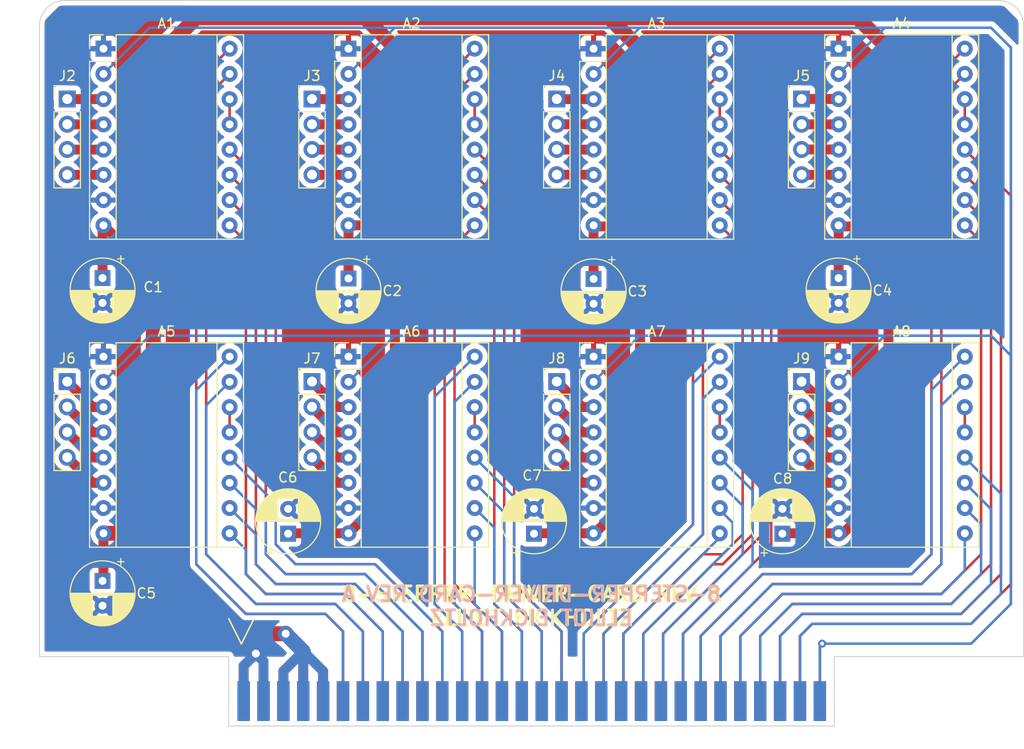
<source format=kicad_pcb>
(kicad_pcb (version 20211014) (generator pcbnew)
  (layers (0 "F.Cu" signal) (31 "B.Cu" signal) (34 "B.Paste" user) (35 "F.Paste" user) (36 "B.SilkS" user "B.Silkscreen") (37 "F.SilkS" user "F.Silkscreen") (38 "B.Mask" user) (39 "F.Mask" user) (44 "Edge.Cuts" user))
  (net 0 "")
  (net 1 "GND")
  (net 2 "+5V")
  (net 3 "Net-(A1-Pad3)")
  (net 4 "Net-(A1-Pad4)")
  (net 5 "Net-(A1-Pad5)")
  (net 6 "Net-(A1-Pad6)")
  (net 7 "VCC")
  (net 8 "A1EN")
  (net 9 "A1MS1")
  (net 10 "A1MS2")
  (net 11 "A1MS3")
  (net 12 "Net-(A1-Pad13)")
  (net 13 "A1STEP")
  (net 14 "DIR1")
  (net 15 "Net-(A2-Pad3)")
  (net 16 "Net-(A2-Pad4)")
  (net 17 "Net-(A2-Pad5)")
  (net 18 "Net-(A2-Pad6)")
  (net 19 "A2EN")
  (net 20 "A2MS1")
  (net 21 "A2MS2")
  (net 22 "A2MS3")
  (net 23 "Net-(A2-Pad13)")
  (net 24 "A2STEP")
  (net 25 "DIR2")
  (net 26 "Net-(A3-Pad3)")
  (net 27 "Net-(A3-Pad4)")
  (net 28 "Net-(A3-Pad5)")
  (net 29 "Net-(A3-Pad6)")
  (net 30 "A3EN")
  (net 31 "A3MS1")
  (net 32 "A3MS2")
  (net 33 "A3MS3")
  (net 34 "Net-(A3-Pad13)")
  (net 35 "A3STEP")
  (net 36 "DIR3")
  (net 37 "Net-(A4-Pad3)")
  (net 38 "Net-(A4-Pad4)")
  (net 39 "Net-(A4-Pad5)")
  (net 40 "Net-(A4-Pad6)")
  (net 41 "A4EN")
  (net 42 "A4MS1")
  (net 43 "A4MS2")
  (net 44 "A4MS3")
  (net 45 "Net-(A4-Pad13)")
  (net 46 "A4STEP")
  (net 47 "DIR4")
  (net 48 "Net-(A5-Pad3)")
  (net 49 "Net-(A5-Pad4)")
  (net 50 "Net-(A5-Pad5)")
  (net 51 "Net-(A5-Pad6)")
  (net 52 "A5EN")
  (net 53 "A5MS1")
  (net 54 "A5MS2")
  (net 55 "A5MS3")
  (net 56 "Net-(A5-Pad13)")
  (net 57 "A5STEP")
  (net 58 "DIR5")
  (net 59 "Net-(A6-Pad3)")
  (net 60 "Net-(A6-Pad4)")
  (net 61 "Net-(A6-Pad5)")
  (net 62 "Net-(A6-Pad6)")
  (net 63 "A6EN")
  (net 64 "A6MS1")
  (net 65 "A6MS2")
  (net 66 "A6MS3")
  (net 67 "Net-(A6-Pad13)")
  (net 68 "A6STEP")
  (net 69 "DIR6")
  (net 70 "Net-(A7-Pad3)")
  (net 71 "Net-(A7-Pad4)")
  (net 72 "Net-(A7-Pad5)")
  (net 73 "Net-(A7-Pad6)")
  (net 74 "A7EN")
  (net 75 "A7MS1")
  (net 76 "A7MS2")
  (net 77 "A7MS3")
  (net 78 "Net-(A7-Pad13)")
  (net 79 "A7STEP")
  (net 80 "DIR7")
  (net 81 "Net-(A8-Pad3)")
  (net 82 "Net-(A8-Pad4)")
  (net 83 "Net-(A8-Pad5)")
  (net 84 "Net-(A8-Pad6)")
  (net 85 "A8EN")
  (net 86 "A8MS1")
  (net 87 "A8MS2")
  (net 88 "A8MS3")
  (net 89 "Net-(A8-Pad13)")
  (net 90 "A8STEP")
  (net 91 "DIR8")
  (footprint "Capacitor_THT:CP_Radial_D6.3mm_P2.50mm" (layer "F.Cu") (at 134.25 101.93238 90)
    (fp_text reference "C6")
    (fp_text value "C_Polarized_US")
  )
  (footprint "Module:Pololu_Breakout-16_15.2x20.3mm" (layer "F.Cu") (at 189.66 84.11)
    (fp_text reference "A8")
    (fp_text value "Pololu_Breakout_A4988")
  )
  (footprint "Module:Pololu_Breakout-16_15.2x20.3mm" (layer "F.Cu") (at 164.993332 84.11)
    (fp_text reference "A7")
    (fp_text value "Pololu_Breakout_A4988")
  )
  (footprint "Module:Pololu_Breakout-16_15.2x20.3mm" (layer "F.Cu") (at 164.993332 53.11)
    (fp_text reference "A3")
    (fp_text value "Pololu_Breakout_A4988")
  )
  (footprint "Connector_PinHeader_2.54mm:PinHeader_1x04_P2.54mm_Vertical" (layer "F.Cu") (at 112.014 86.624)
    (fp_text reference "J6")
    (fp_text value "Conn_01x04_Male")
  )
  (footprint "Module:Pololu_Breakout-16_15.2x20.3mm" (layer "F.Cu") (at 140.326666 53.11)
    (fp_text reference "A2")
    (fp_text value "Pololu_Breakout_A4988")
  )
  (footprint "Capacitor_THT:CP_Radial_D6.3mm_P2.50mm" (layer "F.Cu") (at 159 101.93238 90)
    (fp_text reference "C7")
    (fp_text value "C_Polarized_US")
  )
  (footprint "Capacitor_THT:CP_Radial_D6.3mm_P2.50mm" (layer "F.Cu") (at 140.326666 76.24 -90)
    (fp_text reference "C2")
    (fp_text value "C_Polarized_US")
  )
  (footprint "Module:Pololu_Breakout-16_15.2x20.3mm" (layer "F.Cu") (at 115.66 53.11)
    (fp_text reference "A1")
    (fp_text value "Pololu_Breakout_A4988")
  )
  (footprint "Capacitor_THT:CP_Radial_D6.3mm_P2.50mm" (layer "F.Cu") (at 115.57 106.68 -90)
    (fp_text reference "C5")
    (fp_text value "C_Polarized_US")
  )
  (footprint "Connector_PinHeader_2.54mm:PinHeader_1x04_P2.54mm_Vertical" (layer "F.Cu") (at 185.928 86.624)
    (fp_text reference "J9")
    (fp_text value "Conn_01x04_Male")
  )
  (footprint "Connector_PinHeader_2.54mm:PinHeader_1x04_P2.54mm_Vertical" (layer "F.Cu") (at 161.29 86.624)
    (fp_text reference "J8")
    (fp_text value "Conn_01x04_Male")
  )
  (footprint "LIBRARIES:MEC2-30-01-J-TH1-NP-WT-EDGECARD" (layer "F.Cu") (at 128.27 121.285)
    (fp_text reference "J1")
    (fp_text value "MEC2-30-01-X-TH1-NP-WT")
  )
  (footprint "Connector_PinHeader_2.54mm:PinHeader_1x04_P2.54mm_Vertical" (layer "F.Cu") (at 112.014 58.176)
    (fp_text reference "J2")
    (fp_text value "Conn_01x04_Male")
  )
  (footprint "Capacitor_THT:CP_Radial_D6.3mm_P2.50mm" (layer "F.Cu") (at 115.57 76.2 -90)
    (fp_text reference "C1")
    (fp_text value "C_Polarized_US")
  )
  (footprint "Module:Pololu_Breakout-16_15.2x20.3mm" (layer "F.Cu") (at 140.326666 84.11)
    (fp_text reference "A6")
    (fp_text value "Pololu_Breakout_A4988")
  )
  (footprint "Connector_PinHeader_2.54mm:PinHeader_1x04_P2.54mm_Vertical" (layer "F.Cu") (at 185.928 58.176)
    (fp_text reference "J5")
    (fp_text value "Conn_01x04_Male")
  )
  (footprint "Connector_PinHeader_2.54mm:PinHeader_1x04_P2.54mm_Vertical" (layer "F.Cu") (at 136.652 58.176)
    (fp_text reference "J3")
    (fp_text value "Conn_01x04_Male")
  )
  (footprint "Module:Pololu_Breakout-16_15.2x20.3mm" (layer "F.Cu") (at 189.66 53.11)
    (fp_text reference "A4")
    (fp_text value "Pololu_Breakout_A4988")
  )
  (footprint "Capacitor_THT:CP_Radial_D6.3mm_P2.50mm" (layer "F.Cu") (at 189.66 76.2 -90)
    (fp_text reference "C4")
    (fp_text value "C_Polarized_US")
  )
  (footprint "Connector_PinHeader_2.54mm:PinHeader_1x04_P2.54mm_Vertical" (layer "F.Cu") (at 136.652 86.624)
    (fp_text reference "J7")
    (fp_text value "Conn_01x04_Male")
  )
  (footprint "Capacitor_THT:CP_Radial_D6.3mm_P2.50mm" (layer "F.Cu") (at 184 101.932379 90)
    (fp_text reference "C8")
    (fp_text value "C_Polarized_US")
  )
  (footprint "Connector_PinHeader_2.54mm:PinHeader_1x04_P2.54mm_Vertical" (layer "F.Cu") (at 161.29 58.176)
    (fp_text reference "J4")
    (fp_text value "Conn_01x04_Male")
  )
  (footprint "Capacitor_THT:CP_Radial_D6.3mm_P2.50mm" (layer "F.Cu") (at 164.993332 76.287621 -90)
    (fp_text reference "C3")
    (fp_text value "C_Polarized_US")
  )
  (footprint "Module:Pololu_Breakout-16_15.2x20.3mm" (layer "F.Cu") (at 115.66 84.11)
    (fp_text reference "A5")
    (fp_text value "Pololu_Breakout_A4988")
  )
  (gr_line (start 129.54 113.03) (end 130.81 110.49) (layer "F.SilkS") (width 0.15))
  (gr_line (start 129.54 113.03) (end 128.27 110.49) (layer "F.SilkS") (width 0.15))
  (gr_arc (start 109.22 50.8) (mid 109.963949 49.003949) (end 111.76 48.26) (layer "Edge.Cuts") (width 0.1))
  (gr_line (start 208.28 114.3) (end 208.28 50.8) (layer "Edge.Cuts") (width 0.1))
  (gr_line (start 205.74 48.26) (end 111.76 48.26) (layer "Edge.Cuts") (width 0.1))
  (gr_line (start 109.22 50.8) (end 109.22 114.3) (layer "Edge.Cuts") (width 0.1))
  (gr_arc (start 205.74 48.26) (mid 207.536051 49.003949) (end 208.28 50.8) (layer "Edge.Cuts") (width 0.1))
  (gr_line (start 128.27 121.285) (end 189.23 121.285) (layer "Edge.Cuts") (width 0.1))
  (gr_line (start 189.23 121.285) (end 189.23 114.3) (layer "Edge.Cuts") (width 0.1))
  (gr_line (start 109.22 114.3) (end 128.27 114.3) (layer "Edge.Cuts") (width 0.1))
  (gr_line (start 189.23 114.3) (end 208.28 114.3) (layer "Edge.Cuts") (width 0.1))
  (gr_line (start 128.27 114.3) (end 128.27 121.285) (layer "Edge.Cuts") (width 0.1))
  (gr_text "8-STEPPER-DRIVER-CARD REV A\nELLIOT EICKHOLTZ" (at 158.75 109.22) (layer "B.SilkS") (effects (font (size 1.5 1.5) (thickness 0.3)) (justify mirror)))
  (gr_text "8-STEPPER-DRIVER-CARD REV A\nELLIOT EICKHOLTZ" (at 158.75 109.22) (layer "F.SilkS") (effects (font (size 1.5 1.5) (thickness 0.3))))
  (segment (start 131 114) (end 129.77 115.23) (width 1) (layer "F.Cu") (net 1))
  (segment (start 131 114) (end 131.77 114.77) (width 1) (layer "F.Cu") (net 1))
  (segment (start 131.77 114.77) (end 131.77 118.785) (width 1) (layer "F.Cu") (net 1))
  (segment (start 129.77 115.23) (end 129.77 118.785) (width 1) (layer "F.Cu") (net 1))
  (via (at 131 114) (size 1.6) (drill 0.8) (layers "F.Cu" "B.Cu") (net 1))
  (segment (start 126.18 109.18) (end 115.57 109.18) (width 1.5) (layer "B.Cu") (net 1))
  (segment (start 131.77 114.77) (end 131.77 118.785) (width 1) (layer "B.Cu") (net 1))
  (segment (start 131 114) (end 126.18 109.18) (width 1.5) (layer "B.Cu") (net 1))
  (segment (start 129.77 115.23) (end 129.77 118.785) (width 1) (layer "B.Cu") (net 1))
  (segment (start 131 114) (end 131.77 114.77) (width 1) (layer "B.Cu") (net 1))
  (segment (start 131 114) (end 129.77 115.23) (width 1) (layer "B.Cu") (net 1))
  (segment (start 187.77 113.23) (end 188 113) (width 0.254) (layer "F.Cu") (net 2))
  (segment (start 187.77 118.785) (end 187.77 113.23) (width 0.254) (layer "F.Cu") (net 2))
  (via (at 188 113) (size 0.8) (drill 0.4) (layers "F.Cu" "B.Cu") (net 2))
  (segment (start 207 109) (end 203 113) (width 0.254) (layer "B.Cu") (net 2))
  (segment (start 169.643332 51) (end 170 51) (width 0.254) (layer "B.Cu") (net 2))
  (segment (start 195 82) (end 170 82) (width 0.254) (layer "B.Cu") (net 2))
  (segment (start 145 82) (end 120.31 82) (width 0.254) (layer "B.Cu") (net 2))
  (segment (start 120.31 82) (end 115.66 86.65) (width 0.254) (layer "B.Cu") (net 2))
  (segment (start 205 51) (end 195 51) (width 0.254) (layer "B.Cu") (net 2))
  (segment (start 194.31 82) (end 195 82) (width 0.254) (layer "B.Cu") (net 2))
  (segment (start 207 53) (end 205 51) (width 0.254) (layer "B.Cu") (net 2))
  (segment (start 144.976666 82) (end 145 82) (width 0.254) (layer "B.Cu") (net 2))
  (segment (start 207 53) (end 207 84) (width 0.254) (layer "B.Cu") (net 2))
  (segment (start 120.31 51) (end 115.66 55.65) (width 0.254) (layer "B.Cu") (net 2))
  (segment (start 170 51) (end 120.31 51) (width 0.254) (layer "B.Cu") (net 2))
  (segment (start 140.326666 86.65) (end 144.976666 82) (width 0.254) (layer "B.Cu") (net 2))
  (segment (start 189.66 86.65) (end 194.31 82) (width 0.254) (layer "B.Cu") (net 2))
  (segment (start 207 84) (end 205 82) (width 0.254) (layer "B.Cu") (net 2))
  (segment (start 164.993332 86.65) (end 169.643332 82) (width 0.254) (layer "B.Cu") (net 2))
  (segment (start 169.643332 82) (end 170 82) (width 0.254) (layer "B.Cu") (net 2))
  (segment (start 189.66 55.65) (end 194.31 51) (width 0.254) (layer "B.Cu") (net 2))
  (segment (start 194.31 51) (end 195 51) (width 0.254) (layer "B.Cu") (net 2))
  (segment (start 188 113) (end 187.77 113.23) (width 0.254) (layer "B.Cu") (net 2))
  (segment (start 207 84) (end 207 109) (width 0.254) (layer "B.Cu") (net 2))
  (segment (start 203 113) (end 188 113) (width 0.254) (layer "B.Cu") (net 2))
  (segment (start 170 82) (end 145 82) (width 0.254) (layer "B.Cu") (net 2))
  (segment (start 164.993332 55.65) (end 169.643332 51) (width 0.254) (layer "B.Cu") (net 2))
  (segment (start 140.326666 55.65) (end 144.976666 51) (width 0.254) (layer "B.Cu") (net 2))
  (segment (start 205 82) (end 195 82) (width 0.254) (layer "B.Cu") (net 2))
  (segment (start 195 51) (end 170 51) (width 0.254) (layer "B.Cu") (net 2))
  (segment (start 187.77 113.23) (end 187.77 118.785) (width 0.254) (layer "B.Cu") (net 2))
  (segment (start 115.66 58.19) (end 112.028 58.19) (width 1) (layer "F.Cu") (net 3))
  (segment (start 112.028 58.19) (end 112.014 58.176) (width 1) (layer "F.Cu") (net 3))
  (segment (start 112.028 60.73) (end 112.014 60.716) (width 1) (layer "F.Cu") (net 4))
  (segment (start 115.66 60.73) (end 112.028 60.73) (width 1) (layer "F.Cu") (net 4))
  (segment (start 115.66 63.27) (end 112.028 63.27) (width 1) (layer "F.Cu") (net 5))
  (segment (start 112.028 63.27) (end 112.014 63.256) (width 1) (layer "F.Cu") (net 5))
  (segment (start 112.028 65.81) (end 112.014 65.796) (width 1) (layer "F.Cu") (net 6))
  (segment (start 115.66 65.81) (end 112.028 65.81) (width 1) (layer "F.Cu") (net 6))
  (segment (start 194.673334 69.11) (end 194.673334 97.326666) (width 1) (layer "F.Cu") (net 7))
  (segment (start 140.326666 101.89) (end 134.29238 101.89) (width 1) (layer "F.Cu") (net 7))
  (segment (start 164.993332 101.89) (end 159.04238 101.89) (width 1) (layer "F.Cu") (net 7))
  (segment (start 169.673334 69.11) (end 169.673334 97.326666) (width 1) (layer "F.Cu") (net 7))
  (segment (start 134 112) (end 135.77 113.77) (width 1.5) (layer "F.Cu") (net 7))
  (segment (start 133.77 118.785) (end 133.77 115.77) (width 1) (layer "F.Cu") (net 7))
  (segment (start 190 71) (end 192.783334 71) (width 1) (layer "F.Cu") (net 7))
  (segment (start 189.66 101.89) (end 184.042379 101.89) (width 1) (layer "F.Cu") (net 7))
  (segment (start 118.89 101.89) (end 115.66 101.89) (width 1.5) (layer "F.Cu") (net 7))
  (segment (start 165 71) (end 167.783334 71) (width 1) (layer "F.Cu") (net 7))
  (segment (start 194.673334 97.326666) (end 190 102) (width 1) (layer "F.Cu") (net 7))
  (segment (start 140.326666 70.89) (end 140.326666 76.24) (width 1) (layer "F.Cu") (net 7))
  (segment (start 142 50) (end 191.563334 50) (width 1.5) (layer "F.Cu") (net 7))
  (segment (start 145 53) (end 145 69) (width 1.5) (layer "F.Cu") (net 7))
  (segment (start 164.993332 70.89) (end 164.993332 76.287621) (width 1) (layer "F.Cu") (net 7))
  (segment (start 137.77 115.77) (end 135.77 113.77) (width 1) (layer "F.Cu") (net 7))
  (segment (start 135.77 118.785) (end 135.77 113.77) (width 1) (layer "F.Cu") (net 7))
  (segment (start 133.77 115.77) (end 135.77 113.77) (width 1) (layer "F.Cu") (net 7))
  (segment (start 145 69) (end 145 97.216666) (width 1) (layer "F.Cu") (net 7))
  (segment (start 120.68 54.32) (end 125 50) (width 1.5) (layer "F.Cu") (net 7))
  (segment (start 120.68 76.68) (end 120.68 54.32) (width 1.5) (layer "F.Cu") (net 7))
  (segment (start 184.042379 101.89) (end 184 101.932379) (width 1) (layer "F.Cu") (net 7))
  (segment (start 125 50) (end 142 50) (width 1.5) (layer "F.Cu") (net 7))
  (segment (start 115.66 70.89) (end 120.68 75.91) (width 1) (layer "F.Cu") (net 7))
  (segment (start 194.673334 53.11) (end 194.673334 69.11) (width 1.5) (layer "F.Cu") (net 7))
  (segment (start 191.563334 50) (end 194.673334 53.11) (width 1.5) (layer "F.Cu") (net 7))
  (segment (start 189.66 76.2) (end 189.66 70.89) (width 1) (layer "F.Cu") (net 7))
  (segment (start 169.673334 97.326666) (end 165 102) (width 1) (layer "F.Cu") (net 7))
  (segment (start 140.326666 70.89) (end 143.11 70.89) (width 1) (layer "F.Cu") (net 7))
  (segment (start 145 97.216666) (end 140.326666 101.89) (width 1) (layer "F.Cu") (net 7))
  (segment (start 120.68 103.68) (end 120.68 76.68) (width 1.5) (layer "F.Cu") (net 7))
  (segment (start 115.66 106.59) (end 115.57 106.68) (width 1) (layer "F.Cu") (net 7))
  (segment (start 120.68 75.91) (end 120.68 76.68) (width 1) (layer "F.Cu") (net 7))
  (segment (start 167.783334 71) (end 169.673334 69.11) (width 1) (layer "F.Cu") (net 7))
  (segment (start 143.11 70.89) (end 145 69) (width 1) (layer "F.Cu") (net 7))
  (segment (start 134.29238 101.89) (end 134.25 101.93238) (width 1) (layer "F.Cu") (net 7))
  (segment (start 169.673334 53.11) (end 169.673334 69.11) (width 1.5) (layer "F.Cu") (net 7))
  (segment (start 142 50) (end 145 53) (width 1.5) (layer "F.Cu") (net 7))
  (segment (start 115.57 76.2) (end 115.57 70.98) (width 1) (layer "F.Cu") (net 7))
  (segment (start 129 112) (end 120.68 103.68) (width 1.5) (layer "F.Cu") (net 7))
  (segment (start 120.68 103.68) (end 118.89 101.89) (width 1.5) (layer "F.Cu") (net 7))
  (segment (start 166.673334 50.11) (end 169.673334 53.11) (width 1.5) (layer "F.Cu") (net 7))
  (segment (start 192.783334 71) (end 194.673334 69.11) (width 1) (layer "F.Cu") (net 7))
  (segment (start 115.66 101.89) (end 115.66 106.59) (width 1) (layer "F.Cu") (net 7))
  (segment (start 137.77 118.785) (end 137.77 115.77) (width 1) (layer "F.Cu") (net 7))
  (segment (start 134 112) (end 129 112) (width 1.5) (layer "F.Cu") (net 7))
  (segment (start 159.04238 101.89) (end 159 101.93238) (width 1) (layer "F.Cu") (net 7))
  (segment (start 115.57 70.98) (end 115.66 70.89) (width 1) (layer "F.Cu") (net 7))
  (via (at 134 112) (size 1.6) (drill 0.8) (layers "F.Cu" "B.Cu") (net 7))
  (segment (start 137.77 118.785) (end 137.77 115.77) (width 1) (layer "B.Cu") (net 7))
  (segment (start 133.77 118.785) (end 133.77 115.77) (width 1) (layer "B.Cu") (net 7))
  (segment (start 137.77 115.77) (end 135.77 113.77) (width 1) (layer "B.Cu") (net 7))
  (segment (start 133.77 115.77) (end 135.77 113.77) (width 1) (layer "B.Cu") (net 7))
  (segment (start 134 112) (end 135.77 113.77) (width 1.5) (layer "B.Cu") (net 7))
  (segment (start 135.77 118.785) (end 135.77 113.77) (width 1) (layer "B.Cu") (net 7))
  (segment (start 132 108) (end 140 108) (width 0.254) (layer "F.Cu") (net 8))
  (segment (start 128.36 70.89) (end 130 72.53) (width 0.254) (layer "F.Cu") (net 8))
  (segment (start 130 72.53) (end 130 106) (width 0.254) (layer "F.Cu") (net 8))
  (segment (start 140 108) (end 143.77 111.77) (width 0.254) (layer "F.Cu") (net 8))
  (segment (start 143.77 111.77) (end 143.77 118.785) (width 0.254) (layer "F.Cu") (net 8))
  (segment (start 130 106) (end 132 108) (width 0.254) (layer "F.Cu") (net 8))
  (segment (start 131 105) (end 133 107) (width 0.254) (layer "F.Cu") (net 9))
  (segment (start 133 107) (end 141 107) (width 0.254) (layer "F.Cu") (net 9))
  (segment (start 145.77 111.77) (end 145.77 118.785) (width 0.254) (layer "F.Cu") (net 9))
  (segment (start 131 70.99) (end 131 105) (width 0.254) (layer "F.Cu") (net 9))
  (segment (start 128.36 68.35) (end 131 70.99) (width 0.254) (layer "F.Cu") (net 9))
  (segment (start 141 107) (end 145.77 111.77) (width 0.254) (layer "F.Cu") (net 9))
  (segment (start 142 106) (end 147.77 111.77) (width 0.254) (layer "F.Cu") (net 10))
  (segment (start 128.36 65.81) (end 132 69.45) (width 0.254) (layer "F.Cu") (net 10))
  (segment (start 132 104) (end 134 106) (width 0.254) (layer "F.Cu") (net 10))
  (segment (start 147.77 111.77) (end 147.77 118.785) (width 0.254) (layer "F.Cu") (net 10))
  (segment (start 134 106) (end 142 106) (width 0.254) (layer "F.Cu") (net 10))
  (segment (start 132 69.45) (end 132 104) (width 0.254) (layer "F.Cu") (net 10))
  (segment (start 143 105) (end 149.77 111.77) (width 0.254) (layer "F.Cu") (net 11))
  (segment (start 128.36 63.27) (end 133 67.91) (width 0.254) (layer "F.Cu") (net 11))
  (segment (start 133 103) (end 135 105) (width 0.254) (layer "F.Cu") (net 11))
  (segment (start 135 105) (end 143 105) (width 0.254) (layer "F.Cu") (net 11))
  (segment (start 149.77 111.77) (end 149.77 118.785) (width 0.254) (layer "F.Cu") (net 11))
  (segment (start 133 67.91) (end 133 103) (width 0.254) (layer "F.Cu") (net 11))
  (segment (start 128.36 58.19) (end 128.36 60.73) (width 0.254) (layer "F.Cu") (net 12))
  (segment (start 126 58.01) (end 126 104) (width 0.254) (layer "F.Cu") (net 13))
  (segment (start 126 104) (end 131 109) (width 0.254) (layer "F.Cu") (net 13))
  (segment (start 139 109) (end 141.77 111.77) (width 0.254) (layer "F.Cu") (net 13))
  (segment (start 131 109) (end 139 109) (width 0.254) (layer "F.Cu") (net 13))
  (segment (start 128.36 55.65) (end 126 58.01) (width 0.254) (layer "F.Cu") (net 13))
  (segment (start 141.77 111.77) (end 141.77 118.785) (width 0.254) (layer "F.Cu") (net 13))
  (segment (start 139.77 111.77) (end 139.77 118.785) (width 0.254) (layer "F.Cu") (net 14))
  (segment (start 138 110) (end 139.77 111.77) (width 0.254) (layer "F.Cu") (net 14))
  (segment (start 130 110) (end 138 110) (width 0.254) (layer "F.Cu") (net 14))
  (segment (start 125 105) (end 130 110) (width 0.254) (layer "F.Cu") (net 14))
  (segment (start 128.36 53.11) (end 125 56.47) (width 0.254) (layer "F.Cu") (net 14))
  (segment (start 125 56.47) (end 125 105) (width 0.254) (layer "F.Cu") (net 14))
  (segment (start 136.666 58.19) (end 136.652 58.176) (width 1) (layer "F.Cu") (net 15))
  (segment (start 140.326666 58.19) (end 136.666 58.19) (width 1) (layer "F.Cu") (net 15))
  (segment (start 136.666 60.73) (end 136.652 60.716) (width 1) (layer "F.Cu") (net 16))
  (segment (start 140.326666 60.73) (end 136.666 60.73) (width 1) (layer "F.Cu") (net 16))
  (segment (start 140.326666 63.27) (end 136.666 63.27) (width 1) (layer "F.Cu") (net 17))
  (segment (start 136.666 63.27) (end 136.652 63.256) (width 1) (layer "F.Cu") (net 17))
  (segment (start 140.326666 65.81) (end 136.666 65.81) (width 1) (layer "F.Cu") (net 18))
  (segment (start 136.666 65.81) (end 136.652 65.796) (width 1) (layer "F.Cu") (net 18))
  (segment (start 151 72.916666) (end 151 107) (width 0.254) (layer "F.Cu") (net 19))
  (segment (start 151 107) (end 155.77 111.77) (width 0.254) (layer "F.Cu") (net 19))
  (segment (start 155.77 111.77) (end 155.77 118.785) (width 0.254) (layer "F.Cu") (net 19))
  (segment (start 153.026666 70.89) (end 151 72.916666) (width 0.254) (layer "F.Cu") (net 19))
  (segment (start 153.026666 68.35) (end 155 70.323334) (width 0.254) (layer "F.Cu") (net 20))
  (segment (start 155 70.323334) (end 155 109) (width 0.254) (layer "F.Cu") (net 20))
  (segment (start 157.77 111.77) (end 157.77 118.785) (width 0.254) (layer "F.Cu") (net 20))
  (segment (start 155 109) (end 157.77 111.77) (width 0.254) (layer "F.Cu") (net 20))
  (segment (start 153.026666 65.81) (end 156 68.783334) (width 0.254) (layer "F.Cu") (net 21))
  (segment (start 159.77 111.77) (end 159.77 118.785) (width 0.254) (layer "F.Cu") (net 21))
  (segment (start 156 108) (end 159.77 111.77) (width 0.254) (layer "F.Cu") (net 21))
  (segment (start 156 68.783334) (end 156 108) (width 0.254) (layer "F.Cu") (net 21))
  (segment (start 153.026666 63.27) (end 157 67.243334) (width 0.254) (layer "F.Cu") (net 22))
  (segment (start 157 67.243334) (end 157 107) (width 0.254) (layer "F.Cu") (net 22))
  (segment (start 157 107) (end 161.77 111.77) (width 0.254) (layer "F.Cu") (net 22))
  (segment (start 161.77 111.77) (end 161.77 118.785) (width 0.254) (layer "F.Cu") (net 22))
  (segment (start 153.026666 58.19) (end 153.026666 60.73) (width 0.254) (layer "F.Cu") (net 23))
  (segment (start 153.77 111.77) (end 153.77 118.785) (width 0.254) (layer "F.Cu") (net 24))
  (segment (start 153.026666 55.65) (end 150 58.676666) (width 0.254) (layer "F.Cu") (net 24))
  (segment (start 150 58.676666) (end 150 108) (width 0.254) (layer "F.Cu") (net 24))
  (segment (start 150 108) (end 153.77 111.77) (width 0.254) (layer "F.Cu") (net 24))
  (segment (start 151.77 111.77) (end 151.77 118.785) (width 0.254) (layer "F.Cu") (net 25))
  (segment (start 149 57.136666) (end 149 109) (width 0.254) (layer "F.Cu") (net 25))
  (segment (start 153.026666 53.11) (end 149 57.136666) (width 0.254) (layer "F.Cu") (net 25))
  (segment (start 149 109) (end 151.77 111.77) (width 0.254) (layer "F.Cu") (net 25))
  (segment (start 161.304 58.19) (end 161.29 58.176) (width 1) (layer "F.Cu") (net 26))
  (segment (start 164.993332 58.19) (end 161.304 58.19) (width 1) (layer "F.Cu") (net 26))
  (segment (start 161.29 60.716) (end 164.979332 60.716) (width 1) (layer "F.Cu") (net 27))
  (segment (start 164.979332 60.716) (end 164.993332 60.73) (width 1) (layer "F.Cu") (net 27))
  (segment (start 164.993332 63.27) (end 161.304 63.27) (width 1) (layer "F.Cu") (net 28))
  (segment (start 161.304 63.27) (end 161.29 63.256) (width 1) (layer "F.Cu") (net 28))
  (segment (start 164.979332 65.796) (end 164.993332 65.81) (width 1) (layer "F.Cu") (net 29))
  (segment (start 161.29 65.796) (end 164.979332 65.796) (width 1) (layer "F.Cu") (net 29))
  (segment (start 177.693332 70.89) (end 180 73.196668) (width 0.254) (layer "F.Cu") (net 30))
  (segment (start 168 118.555) (end 167.77 118.785) (width 0.254) (layer "F.Cu") (net 30))
  (segment (start 180 73.196668) (end 180 102) (width 0.254) (layer "F.Cu") (net 30))
  (segment (start 176 104) (end 168 112) (width 0.254) (layer "F.Cu") (net 30))
  (segment (start 178 104) (end 176 104) (width 0.254) (layer "F.Cu") (net 30))
  (segment (start 180 102) (end 178 104) (width 0.254) (layer "F.Cu") (net 30))
  (segment (start 168 112) (end 168 118.555) (width 0.254) (layer "F.Cu") (net 30))
  (segment (start 181 102) (end 178 105) (width 0.254) (layer "F.Cu") (net 31))
  (segment (start 181 71.656668) (end 181 102) (width 0.254) (layer "F.Cu") (net 31))
  (segment (start 178 105) (end 177 105) (width 0.254) (layer "F.Cu") (net 31))
  (segment (start 177.693332 68.35) (end 181 71.656668) (width 0.254) (layer "F.Cu") (net 31))
  (segment (start 170 118.555) (end 169.77 118.785) (width 0.254) (layer "F.Cu") (net 31))
  (segment (start 170 112) (end 170 118.555) (width 0.254) (layer "F.Cu") (net 31))
  (segment (start 177 105) (end 170 112) (width 0.254) (layer "F.Cu") (net 31))
  (segment (start 172 112) (end 172 117) (width 0.254) (layer "F.Cu") (net 32))
  (segment (start 182 102) (end 172 112) (width 0.254) (layer "F.Cu") (net 32))
  (segment (start 177.693332 65.81) (end 182 70.116668) (width 0.254) (layer "F.Cu") (net 32))
  (segment (start 182 70.116668) (end 182 102) (width 0.254) (layer "F.Cu") (net 32))
  (segment (start 182.873489 103.126511) (end 174 112) (width 0.254) (layer "F.Cu") (net 33))
  (segment (start 182.873489 68.450157) (end 182.873489 103.126511) (width 0.254) (layer "F.Cu") (net 33))
  (segment (start 174 112) (end 174 117) (width 0.254) (layer "F.Cu") (net 33))
  (segment (start 177.693332 63.27) (end 182.873489 68.450157) (width 0.254) (layer "F.Cu") (net 33))
  (segment (start 177.693332 58.19) (end 177.693332 60.73) (width 0.254) (layer "F.Cu") (net 34))
  (segment (start 177.693332 55.65) (end 176 57.343332) (width 0.254) (layer "F.Cu") (net 35))
  (segment (start 176 102) (end 166 112) (width 0.254) (layer "F.Cu") (net 35))
  (segment (start 166 112) (end 166 117) (width 0.254) (layer "F.Cu") (net 35))
  (segment (start 176 57.343332) (end 176 102) (width 0.254) (layer "F.Cu") (net 35))
  (segment (start 164 112) (end 164 117) (width 0.254) (layer "F.Cu") (net 36))
  (segment (start 175 101) (end 164 112) (width 0.254) (layer "F.Cu") (net 36))
  (segment (start 175 55.803332) (end 175 101) (width 0.254) (layer "F.Cu") (net 36))
  (segment (start 177.693332 53.11) (end 175 55.803332) (width 0.254) (layer "F.Cu") (net 36))
  (segment (start 189.646 58.176) (end 189.66 58.19) (width 1) (layer "F.Cu") (net 37))
  (segment (start 185.928 58.176) (end 189.646 58.176) (width 1) (layer "F.Cu") (net 37))
  (segment (start 185.942 60.73) (end 185.928 60.716) (width 1) (layer "F.Cu") (net 38))
  (segment (start 189.66 60.73) (end 185.942 60.73) (width 1) (layer "F.Cu") (net 38))
  (segment (start 189.646 63.256) (end 189.66 63.27) (width 1) (layer "F.Cu") (net 39))
  (segment (start 185.928 63.256) (end 189.646 63.256) (width 1) (layer "F.Cu") (net 39))
  (segment (start 189.66 65.81) (end 185.942 65.81) (width 1) (layer "F.Cu") (net 40))
  (segment (start 185.942 65.81) (end 185.928 65.796) (width 1) (layer "F.Cu") (net 40))
  (segment (start 204 72.53) (end 204 104) (width 0.254) (layer "F.Cu") (net 41))
  (segment (start 200 108) (end 184 108) (width 0.254) (layer "F.Cu") (net 41))
  (segment (start 202.36 70.89) (end 204 72.53) (width 0.254) (layer "F.Cu") (net 41))
  (segment (start 204 104) (end 200 108) (width 0.254) (layer "F.Cu") (net 41))
  (segment (start 184 108) (end 179.77 112.23) (width 0.254) (layer "F.Cu") (net 41))
  (segment (start 179.77 112.23) (end 179.77 118.785) (width 0.254) (layer "F.Cu") (net 41))
  (segment (start 205 70.99) (end 205 105) (width 0.254) (layer "F.Cu") (net 42))
  (segment (start 181.77 112.23) (end 181.77 118.785) (width 0.254) (layer "F.Cu") (net 42))
  (segment (start 185 109) (end 181.77 112.23) (width 0.254) (layer "F.Cu") (net 42))
  (segment (start 201 109) (end 185 109) (width 0.254) (layer "F.Cu") (net 42))
  (segment (start 202.36 68.35) (end 205 70.99) (width 0.254) (layer "F.Cu") (net 42))
  (segment (start 205 105) (end 201 109) (width 0.254) (layer "F.Cu") (net 42))
  (segment (start 202 110) (end 186 110) (width 0.254) (layer "F.Cu") (net 43))
  (segment (start 183.77 112.23) (end 183.77 118.785) (width 0.254) (layer "F.Cu") (net 43))
  (segment (start 206 106) (end 202 110) (width 0.254) (layer "F.Cu") (net 43))
  (segment (start 186 110) (end 183.77 112.23) (width 0.254) (layer "F.Cu") (net 43))
  (segment (start 202.36 65.81) (end 206 69.45) (width 0.254) (layer "F.Cu") (net 43))
  (segment (start 206 69.45) (end 206 106) (width 0.254) (layer "F.Cu") (net 43))
  (segment (start 207 67.91) (end 207 107) (width 0.254) (layer "F.Cu") (net 44))
  (segment (start 202.36 63.27) (end 207 67.91) (width 0.254) (layer "F.Cu") (net 44))
  (segment (start 203 111) (end 187 111) (width 0.254) (layer "F.Cu") (net 44))
  (segment (start 185.77 112.23) (end 185.77 118.785) (width 0.254) (layer "F.Cu") (net 44))
  (segment (start 207 107) (end 203 111) (width 0.254) (layer "F.Cu") (net 44))
  (segment (start 187 111) (end 185.77 112.23) (width 0.254) (layer "F.Cu") (net 44))
  (segment (start 202.36 58.19) (end 202.36 60.73) (width 0.254) (layer "F.Cu") (net 45))
  (segment (start 200 58.01) (end 200 105) (width 0.254) (layer "F.Cu") (net 46))
  (segment (start 183 107) (end 177.77 112.23) (width 0.254) (layer "F.Cu") (net 46))
  (segment (start 202.36 55.65) (end 200 58.01) (width 0.254) (layer "F.Cu") (net 46))
  (segment (start 177.77 112.23) (end 177.77 118.785) (width 0.254) (layer "F.Cu") (net 46))
  (segment (start 200 105) (end 198 107) (width 0.254) (layer "F.Cu") (net 46))
  (segment (start 198 107) (end 183 107) (width 0.254) (layer "F.Cu") (net 46))
  (segment (start 197 106) (end 182 106) (width 0.254) (layer "F.Cu") (net 47))
  (segment (start 175.77 112.23) (end 175.77 118.785) (width 0.254) (layer "F.Cu") (net 47))
  (segment (start 199 56.47) (end 199 104) (width 0.254) (layer "F.Cu") (net 47))
  (segment (start 182 106) (end 175.77 112.23) (width 0.254) (layer "F.Cu") (net 47))
  (segment (start 199 104) (end 197 106) (width 0.254) (layer "F.Cu") (net 47))
  (segment (start 202.36 53.11) (end 199 56.47) (width 0.254) (layer "F.Cu") (net 47))
  (segment (start 114.58 89.19) (end 112.014 86.624) (width 1) (layer "F.Cu") (net 48))
  (segment (start 115.66 89.19) (end 114.58 89.19) (width 1) (layer "F.Cu") (net 48))
  (segment (start 115.66 91.73) (end 114.58 91.73) (width 1) (layer "F.Cu") (net 49))
  (segment (start 114.58 91.73) (end 112.014 89.164) (width 1) (layer "F.Cu") (net 49))
  (segment (start 114.58 94.27) (end 112.014 91.704) (width 1) (layer "F.Cu") (net 50))
  (segment (start 115.66 94.27) (end 114.58 94.27) (width 1) (layer "F.Cu") (net 50))
  (segment (start 115.66 96.81) (end 114.58 96.81) (width 1) (layer "F.Cu") (net 51))
  (segment (start 114.58 96.81) (end 112.014 94.244) (width 1) (layer "F.Cu") (net 51))
  (segment (start 132 108) (end 140 108) (width 0.254) (layer "B.Cu") (net 52))
  (segment (start 140 108) (end 143.77 111.77) (width 0.254) (layer "B.Cu") (net 52))
  (segment (start 128.36 101.89) (end 130 103.53) (width 0.254) (layer "B.Cu") (net 52))
  (segment (start 143.77 111.77) (end 143.77 118.785) (width 0.254) (layer "B.Cu") (net 52))
  (segment (start 130 106) (end 132 108) (width 0.254) (layer "B.Cu") (net 52))
  (segment (start 130 103.53) (end 130 106) (width 0.254) (layer "B.Cu") (net 52))
  (segment (start 133 107) (end 141 107) (width 0.254) (layer "B.Cu") (net 53))
  (segment (start 131 101.99) (end 131 105) (width 0.254) (layer "B.Cu") (net 53))
  (segment (start 131 105) (end 133 107) (width 0.254) (layer "B.Cu") (net 53))
  (segment (start 145.77 111.77) (end 145.77 118.785) (width 0.254) (layer "B.Cu") (net 53))
  (segment (start 141 107) (end 145.77 111.77) (width 0.254) (layer "B.Cu") (net 53))
  (segment (start 128.36 99.35) (end 131 101.99) (width 0.254) (layer "B.Cu") (net 53))
  (segment (start 147.77 111.77) (end 147.77 118.785) (width 0.254) (layer "B.Cu") (net 54))
  (segment (start 134 106) (end 142 106) (width 0.254) (layer "B.Cu") (net 54))
  (segment (start 142 106) (end 147.77 111.77) (width 0.254) (layer "B.Cu") (net 54))
  (segment (start 132 100.45) (end 132 104) (width 0.254) (layer "B.Cu") (net 54))
  (segment (start 132 104) (end 134 106) (width 0.254) (layer "B.Cu") (net 54))
  (segment (start 128.36 96.81) (end 132 100.45) (width 0.254) (layer "B.Cu") (net 54))
  (segment (start 128.36 94.27) (end 133 98.91) (width 0.254) (layer "B.Cu") (net 55))
  (segment (start 133 98.91) (end 133 103) (width 0.254) (layer "B.Cu") (net 55))
  (segment (start 143 105) (end 149.77 111.77) (width 0.254) (layer "B.Cu") (net 55))
  (segment (start 135 105) (end 143 105) (width 0.254) (layer "B.Cu") (net 55))
  (segment (start 149.77 111.77) (end 149.77 118.785) (width 0.254) (layer "B.Cu") (net 55))
  (segment (start 133 103) (end 135 105) (width 0.254) (layer "B.Cu") (net 55))
  (segment (start 128.36 89.19) (end 128.36 91.73) (width 0.254) (layer "F.Cu") (net 56))
  (segment (start 126 104) (end 131 109) (width 0.254) (layer "B.Cu") (net 57))
  (segment (start 131 109) (end 139 109) (width 0.254) (layer "B.Cu") (net 57))
  (segment (start 139 109) (end 141.77 111.77) (width 0.254) (layer "B.Cu") (net 57))
  (segment (start 141.77 111.77) (end 141.77 118.785) (width 0.254) (layer "B.Cu") (net 57))
  (segment (start 128.36 86.65) (end 126 89.01) (width 0.254) (layer "B.Cu") (net 57))
  (segment (start 126 89.01) (end 126 104) (width 0.254) (layer "B.Cu") (net 57))
  (segment (start 130 110) (end 138 110) (width 0.254) (layer "B.Cu") (net 58))
  (segment (start 128.36 84.11) (end 125 87.47) (width 0.254) (layer "B.Cu") (net 58))
  (segment (start 125 87.47) (end 125 105) (width 0.254) (layer "B.Cu") (net 58))
  (segment (start 138 110) (end 139.77 111.77) (width 0.254) (layer "B.Cu") (net 58))
  (segment (start 139.77 111.77) (end 139.77 118.785) (width 0.254) (layer "B.Cu") (net 58))
  (segment (start 125 105) (end 130 110) (width 0.254) (layer "B.Cu") (net 58))
  (segment (start 140.326666 89.19) (end 139.218 89.19) (width 1) (layer "F.Cu") (net 59))
  (segment (start 139.218 89.19) (end 136.652 86.624) (width 1) (layer "F.Cu") (net 59))
  (segment (start 139.218 91.73) (end 136.652 89.164) (width 1) (layer "F.Cu") (net 60))
  (segment (start 140.326666 91.73) (end 139.218 91.73) (width 1) (layer "F.Cu") (net 60))
  (segment (start 139.218 94.27) (end 136.652 91.704) (width 1) (layer "F.Cu") (net 61))
  (segment (start 140.326666 94.27) (end 139.218 94.27) (width 1) (layer "F.Cu") (net 61))
  (segment (start 140.326666 96.81) (end 139.218 96.81) (width 1) (layer "F.Cu") (net 62))
  (segment (start 139.218 96.81) (end 136.652 94.244) (width 1) (layer "F.Cu") (net 62))
  (segment (start 153.026666 101.89) (end 153.026666 109.026666) (width 0.254) (layer "B.Cu") (net 63))
  (segment (start 155.77 111.77) (end 155.77 118.785) (width 0.254) (layer "B.Cu") (net 63))
  (segment (start 153.026666 109.026666) (end 155.77 111.77) (width 0.254) (layer "B.Cu") (net 63))
  (segment (start 155 109) (end 157.77 111.77) (width 0.254) (layer "B.Cu") (net 64))
  (segment (start 157.77 111.77) (end 157.77 118.785) (width 0.254) (layer "B.Cu") (net 64))
  (segment (start 153.026666 99.35) (end 155 101.323334) (width 0.254) (layer "B.Cu") (net 64))
  (segment (start 155 101.323334) (end 155 109) (width 0.254) (layer "B.Cu") (net 64))
  (segment (start 156 108) (end 159.77 111.77) (width 0.254) (layer "B.Cu") (net 65))
  (segment (start 153.026666 96.81) (end 156 99.783334) (width 0.254) (layer "B.Cu") (net 65))
  (segment (start 156 99.783334) (end 156 108) (width 0.254) (layer "B.Cu") (net 65))
  (segment (start 159.77 111.77) (end 159.77 118.785) (width 0.254) (layer "B.Cu") (net 65))
  (segment (start 161.77 111.77) (end 161.77 118.785) (width 0.254) (layer "B.Cu") (net 66))
  (segment (start 157 98.243334) (end 157 107) (width 0.254) (layer "B.Cu") (net 66))
  (segment (start 153.026666 94.27) (end 157 98.243334) (width 0.254) (layer "B.Cu") (net 66))
  (segment (start 157 107) (end 161.77 111.77) (width 0.254) (layer "B.Cu") (net 66))
  (segment (start 153.026666 89.19) (end 153.026666 91.73) (width 0.254) (layer "F.Cu") (net 67))
  (segment (start 151 109) (end 153.77 111.77) (width 0.254) (layer "B.Cu") (net 68))
  (segment (start 153.026666 86.65) (end 151 88.676666) (width 0.254) (layer "B.Cu") (net 68))
  (segment (start 153.77 111.77) (end 153.77 118.785) (width 0.254) (layer "B.Cu") (net 68))
  (segment (start 151 88.676666) (end 151 109) (width 0.254) (layer "B.Cu") (net 68))
  (segment (start 149 88.136666) (end 149 109) (width 0.254) (layer "B.Cu") (net 69))
  (segment (start 153.026666 84.11) (end 149 88.136666) (width 0.254) (layer "B.Cu") (net 69))
  (segment (start 151.77 111.77) (end 151.77 118.785) (width 0.254) (layer "B.Cu") (net 69))
  (segment (start 149 109) (end 151.77 111.77) (width 0.254) (layer "B.Cu") (net 69))
  (segment (start 164.993332 89.19) (end 163.856 89.19) (width 1) (layer "F.Cu") (net 70))
  (segment (start 163.856 89.19) (end 161.29 86.624) (width 1) (layer "F.Cu") (net 70))
  (segment (start 164.993332 91.73) (end 163.856 91.73) (width 1) (layer "F.Cu") (net 71))
  (segment (start 163.856 91.73) (end 161.29 89.164) (width 1) (layer "F.Cu") (net 71))
  (segment (start 163.856 94.27) (end 161.29 91.704) (width 1) (layer "F.Cu") (net 72))
  (segment (start 164.993332 94.27) (end 163.856 94.27) (width 1) (layer "F.Cu") (net 72))
  (segment (start 164.993332 96.81) (end 163.856 96.81) (width 1) (layer "F.Cu") (net 73))
  (segment (start 163.856 96.81) (end 161.29 94.244) (width 1) (layer "F.Cu") (net 73))
  (segment (start 177.693332 101.89) (end 177.693332 102.306668) (width 0.254) (layer "B.Cu") (net 74))
  (segment (start 168 112) (end 168 117) (width 0.254) (layer "B.Cu") (net 74))
  (segment (start 177.693332 102.306668) (end 168 112) (width 0.254) (layer "B.Cu") (net 74))
  (segment (start 179 100.828334) (end 179 103) (width 0.254) (layer "B.Cu") (net 75))
  (segment (start 179 103) (end 170 112) (width 0.254) (layer "B.Cu") (net 75))
  (segment (start 170 112) (end 170 117) (width 0.254) (layer "B.Cu") (net 75))
  (segment (start 177.693332 99.35) (end 177.693332 99.521666) (width 0.254) (layer "B.Cu") (net 75))
  (segment (start 177.693332 99.521666) (end 179 100.828334) (width 0.254) (layer "B.Cu") (net 75))
  (segment (start 172 112) (end 172 117) (width 0.254) (layer "B.Cu") (net 76))
  (segment (start 177.693332 96.81) (end 180 99.116668) (width 0.254) (layer "B.Cu") (net 76))
  (segment (start 180 104) (end 172 112) (width 0.254) (layer "B.Cu") (net 76))
  (segment (start 180 99.116668) (end 180 104) (width 0.254) (layer "B.Cu") (net 76))
  (segment (start 174 112) (end 174 117) (width 0.254) (layer "B.Cu") (net 77))
  (segment (start 181 105) (end 174 112) (width 0.254) (layer "B.Cu") (net 77))
  (segment (start 181 97.576668) (end 181 105) (width 0.254) (layer "B.Cu") (net 77))
  (segment (start 177.693332 94.27) (end 181 97.576668) (width 0.254) (layer "B.Cu") (net 77))
  (segment (start 177.693332 89.19) (end 177.693332 91.73) (width 0.254) (layer "F.Cu") (net 78))
  (segment (start 166 112) (end 166 117) (width 0.254) (layer "B.Cu") (net 79))
  (segment (start 176 88.343332) (end 176 102) (width 0.254) (layer "B.Cu") (net 79))
  (segment (start 176 102) (end 166 112) (width 0.254) (layer "B.Cu") (net 79))
  (segment (start 177.693332 86.65) (end 176 88.343332) (width 0.254) (layer "B.Cu") (net 79))
  (segment (start 177.693332 84.11) (end 175 86.803332) (width 0.254) (layer "B.Cu") (net 80))
  (segment (start 164 112) (end 164 117) (width 0.254) (layer "B.Cu") (net 80))
  (segment (start 175 86.803332) (end 175 101) (width 0.254) (layer "B.Cu") (net 80))
  (segment (start 175 101) (end 164 112) (width 0.254) (layer "B.Cu") (net 80))
  (segment (start 189.66 89.19) (end 188.494 89.19) (width 1) (layer "F.Cu") (net 81))
  (segment (start 188.494 89.19) (end 185.928 86.624) (width 1) (layer "F.Cu") (net 81))
  (segment (start 188.494 91.73) (end 185.928 89.164) (width 1) (layer "F.Cu") (net 82))
  (segment (start 189.66 91.73) (end 188.494 91.73) (width 1) (layer "F.Cu") (net 82))
  (segment (start 188.494 94.27) (end 185.928 91.704) (width 1) (layer "F.Cu") (net 83))
  (segment (start 189.66 94.27) (end 188.494 94.27) (width 1) (layer "F.Cu") (net 83))
  (segment (start 189.66 96.81) (end 188.494 96.81) (width 1) (layer "F.Cu") (net 84))
  (segment (start 188.494 96.81) (end 185.928 94.244) (width 1) (layer "F.Cu") (net 84))
  (segment (start 202.36 105.64) (end 200 108) (width 0.254) (layer "B.Cu") (net 85))
  (segment (start 202.36 101.89) (end 202.36 105.64) (width 0.254) (layer "B.Cu") (net 85))
  (segment (start 200 108) (end 184 108) (width 0.254) (layer "B.Cu") (net 85))
  (segment (start 184 108) (end 179.77 112.23) (width 0.254) (layer "B.Cu") (net 85))
  (segment (start 179.77 112.23) (end 179.77 118.785) (width 0.254) (layer "B.Cu") (net 85))
  (segment (start 204 106) (end 201 109) (width 0.254) (layer "B.Cu") (net 86))
  (segment (start 185 109) (end 181.77 112.23) (width 0.254) (layer "B.Cu") (net 86))
  (segment (start 201 109) (end 185 109) (width 0.254) (layer "B.Cu") (net 86))
  (segment (start 181.77 112.23) (end 181.77 118.785) (width 0.254) (layer "B.Cu") (net 86))
  (segment (start 204 100.99) (end 204 106) (width 0.254) (layer "B.Cu") (net 86))
  (segment (start 202.36 99.35) (end 204 100.99) (width 0.254) (layer "B.Cu") (net 86))
  (segment (start 202.36 96.81) (end 205 99.45) (width 0.254) (layer "B.Cu") (net 87))
  (segment (start 205 99.45) (end 205 107) (width 0.254) (layer "B.Cu") (net 87))
  (segment (start 205 107) (end 202 110) (width 0.254) (layer "B.Cu") (net 87))
  (segment (start 183.77 112.23) (end 183.77 118.785) (width 0.254) (layer "B.Cu") (net 87))
  (segment (start 186 110) (end 183.77 112.23) (width 0.254) (layer "B.Cu") (net 87))
  (segment (start 202 110) (end 186 110) (width 0.254) (layer "B.Cu") (net 87))
  (segment (start 202.36 94.27) (end 206 97.91) (width 0.254) (layer "B.Cu") (net 88))
  (segment (start 206 97.91) (end 206 108) (width 0.254) (layer "B.Cu") (net 88))
  (segment (start 203 111) (end 187 111) (width 0.254) (layer "B.Cu") (net 88))
  (segment (start 185.77 112.23) (end 185.77 118.785) (width 0.254) (layer "B.Cu") (net 88))
  (segment (start 187 111) (end 185.77 112.23) (width 0.254) (layer "B.Cu") (net 88))
  (segment (start 206 108) (end 203 111) (width 0.254) (layer "B.Cu") (net 88))
  (segment (start 202.36 89.19) (end 202.36 91.73) (width 0.254) (layer "F.Cu") (net 89))
  (segment (start 200 105) (end 198 107) (width 0.254) (layer "B.Cu") (net 90))
  (segment (start 183 107) (end 177.77 112.23) (width 0.254) (layer "B.Cu") (net 90))
  (segment (start 177.77 112.23) (end 177.77 118.785) (width 0.254) (layer "B.Cu") (net 90))
  (segment (start 200 89.01) (end 200 105) (width 0.254) (layer "B.Cu") (net 90))
  (segment (start 202.36 86.65) (end 200 89.01) (width 0.254) (layer "B.Cu") (net 90))
  (segment (start 198 107) (end 183 107) (width 0.254) (layer "B.Cu") (net 90))
  (segment (start 197 106) (end 182 106) (width 0.254) (layer "B.Cu") (net 91))
  (segment (start 202.36 84.11) (end 199 87.47) (width 0.254) (layer "B.Cu") (net 91))
  (segment (start 182 106) (end 175.77 112.23) (width 0.254) (layer "B.Cu") (net 91))
  (segment (start 175.77 112.23) (end 175.77 118.785) (width 0.254) (layer "B.Cu") (net 91))
  (segment (start 199 87.47) (end 199 104) (width 0.254) (layer "B.Cu") (net 91))
  (segment (start 199 104) (end 197 106) (width 0.254) (layer "B.Cu") (net 91))
  (zone (net 1) (net_name "GND") (layers F&B.Cu) (connect_pads (clearance 0.508)) (min_thickness 0.254) (fill yes (thermal_gap 0.508) (thermal_bridge_width 0.508) (smoothing fillet))
    (polygon (pts (xy 208.28 50.8) (xy 208.28 114.3) (xy 109.22 114.3) (xy 109.22 50.8) (xy 111.76 48.26) (xy 205.74 48.26)))
  )
)
</source>
